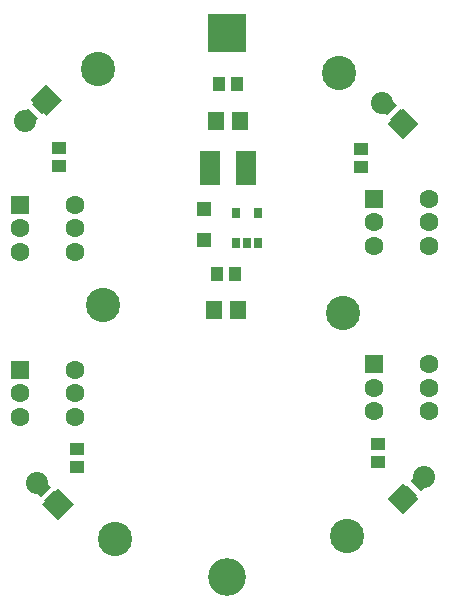
<source format=gts>
G04 (created by PCBNEW (2013-03-19 BZR 4004)-stable) date 29/05/2013 23:51:19*
%MOIN*%
G04 Gerber Fmt 3.4, Leading zero omitted, Abs format*
%FSLAX34Y34*%
G01*
G70*
G90*
G04 APERTURE LIST*
%ADD10C,0.006*%
%ADD11R,0.052874X0.062874*%
%ADD12R,0.027874X0.037874*%
%ADD13R,0.125974X0.125974*%
%ADD14C,0.125974*%
%ADD15R,0.047874X0.042874*%
%ADD16C,0.073874*%
%ADD17R,0.067874X0.112874*%
%ADD18R,0.047274X0.047274*%
%ADD19R,0.042874X0.047874*%
%ADD20R,0.062974X0.062974*%
%ADD21C,0.062974*%
%ADD22C,0.114174*%
G04 APERTURE END LIST*
G54D10*
G54D11*
X60662Y-48976D03*
X61462Y-48976D03*
G54D12*
X61400Y-46743D03*
X62150Y-46743D03*
X61400Y-45743D03*
X61775Y-46743D03*
X62150Y-45743D03*
G54D13*
X61122Y-39763D03*
G54D14*
X61122Y-57874D03*
G54D15*
X56102Y-53637D03*
X56102Y-54237D03*
X66141Y-53440D03*
X66141Y-54040D03*
X55511Y-44197D03*
X55511Y-43597D03*
X65581Y-44223D03*
X65581Y-43623D03*
G54D10*
G36*
X67193Y-42591D02*
X66855Y-42929D01*
X66552Y-42626D01*
X66890Y-42288D01*
X67193Y-42591D01*
X67193Y-42591D01*
G37*
G36*
X66769Y-42167D02*
X66431Y-42505D01*
X66128Y-42202D01*
X66466Y-41863D01*
X66769Y-42167D01*
X66769Y-42167D01*
G37*
G36*
X67135Y-55457D02*
X66796Y-55119D01*
X67099Y-54816D01*
X67438Y-55154D01*
X67135Y-55457D01*
X67135Y-55457D01*
G37*
G36*
X67559Y-55033D02*
X67220Y-54694D01*
X67523Y-54391D01*
X67862Y-54730D01*
X67559Y-55033D01*
X67559Y-55033D01*
G37*
G36*
X55655Y-55303D02*
X55316Y-55641D01*
X55013Y-55338D01*
X55351Y-54999D01*
X55655Y-55303D01*
X55655Y-55303D01*
G37*
G36*
X55230Y-54878D02*
X54892Y-55217D01*
X54589Y-54914D01*
X54927Y-54575D01*
X55230Y-54878D01*
X55230Y-54878D01*
G37*
G36*
X54907Y-41821D02*
X55245Y-42159D01*
X54942Y-42463D01*
X54603Y-42124D01*
X54907Y-41821D01*
X54907Y-41821D01*
G37*
G36*
X54482Y-42245D02*
X54821Y-42584D01*
X54518Y-42887D01*
X54179Y-42548D01*
X54482Y-42245D01*
X54482Y-42245D01*
G37*
G36*
X66969Y-55797D02*
X66446Y-55274D01*
X66969Y-54752D01*
X67491Y-55274D01*
X66969Y-55797D01*
X66969Y-55797D01*
G37*
G54D16*
X67676Y-54567D03*
G54D10*
G36*
X55994Y-55471D02*
X55471Y-55994D01*
X54949Y-55471D01*
X55471Y-54949D01*
X55994Y-55471D01*
X55994Y-55471D01*
G37*
G54D16*
X54764Y-54764D03*
G54D10*
G36*
X55081Y-41470D02*
X55604Y-41992D01*
X55081Y-42515D01*
X54559Y-41992D01*
X55081Y-41470D01*
X55081Y-41470D01*
G37*
G54D16*
X54374Y-42700D03*
G54D10*
G36*
X67501Y-42780D02*
X66978Y-43302D01*
X66456Y-42780D01*
X66978Y-42257D01*
X67501Y-42780D01*
X67501Y-42780D01*
G37*
G54D16*
X66271Y-42073D03*
G54D17*
X61741Y-44251D03*
X60541Y-44251D03*
G54D18*
X60334Y-46644D03*
X60334Y-45620D03*
G54D19*
X60841Y-41456D03*
X61441Y-41456D03*
X60762Y-47795D03*
X61362Y-47795D03*
G54D20*
X54212Y-45472D03*
G54D21*
X54212Y-46259D03*
X54212Y-47046D03*
X56024Y-47046D03*
X56024Y-46259D03*
X56024Y-45472D03*
G54D20*
X66023Y-50787D03*
G54D21*
X66023Y-51574D03*
X66023Y-52361D03*
X67835Y-52361D03*
X67835Y-51574D03*
X67835Y-50787D03*
G54D20*
X66023Y-45275D03*
G54D21*
X66023Y-46062D03*
X66023Y-46849D03*
X67835Y-46849D03*
X67835Y-46062D03*
X67835Y-45275D03*
G54D20*
X54212Y-50984D03*
G54D21*
X54212Y-51771D03*
X54212Y-52558D03*
X56024Y-52558D03*
X56024Y-51771D03*
X56024Y-50984D03*
G54D22*
X56811Y-40944D03*
X64842Y-41102D03*
X56968Y-48818D03*
X64960Y-49094D03*
X57362Y-56614D03*
X65118Y-56535D03*
G54D11*
X60741Y-42677D03*
X61541Y-42677D03*
M02*

</source>
